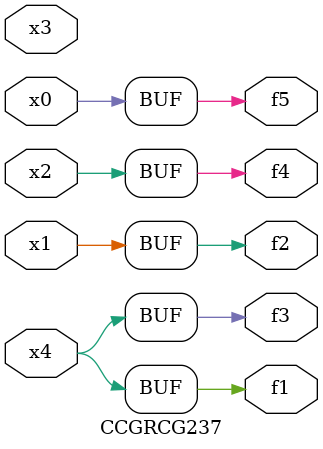
<source format=v>
module CCGRCG237(
	input x0, x1, x2, x3, x4,
	output f1, f2, f3, f4, f5
);
	assign f1 = x4;
	assign f2 = x1;
	assign f3 = x4;
	assign f4 = x2;
	assign f5 = x0;
endmodule

</source>
